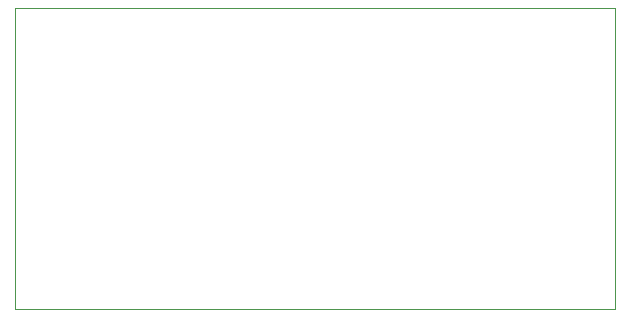
<source format=gbr>
%TF.GenerationSoftware,Altium Limited,Altium Designer,22.6.1 (34)*%
G04 Layer_Color=0*
%FSLAX26Y26*%
%MOIN*%
%TF.SameCoordinates,8B827DF8-CB59-4627-A0E1-72AFC477AE17*%
%TF.FilePolarity,Positive*%
%TF.FileFunction,Profile,NP*%
%TF.Part,Single*%
G01*
G75*
%TA.AperFunction,Profile*%
%ADD40C,0.001000*%
D40*
X1000000Y1000000D02*
X3000000D01*
Y2005000D01*
X1000000D01*
Y1000000D01*
%TF.MD5,e319c12ffe36fb4875aa7d6c89fcaa37*%
M02*

</source>
